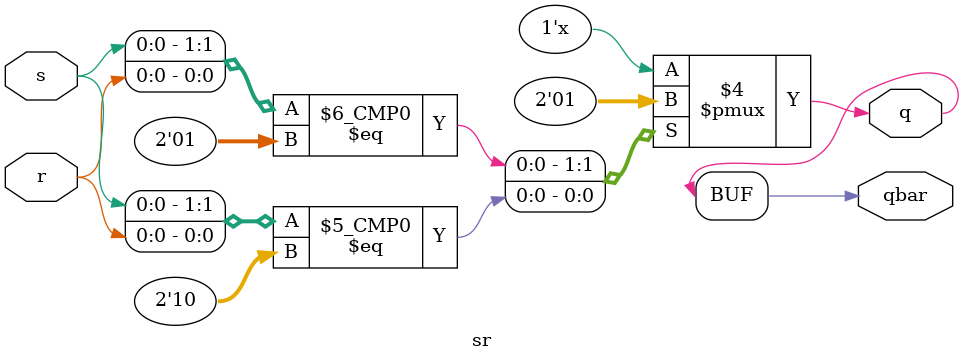
<source format=v>
module sr (q,qbar, s,r);
  input s,r;
  output reg q;
  output qbar;

  assign qbar =- q;
  always @(s or r) begin
    case ({s, r})
      2'b00:q <= q;
      2'b01:q <= 0;
      2'b10:q <= 1;
      2'b11:q <= q;
    endcase
  end
endmodule

</source>
